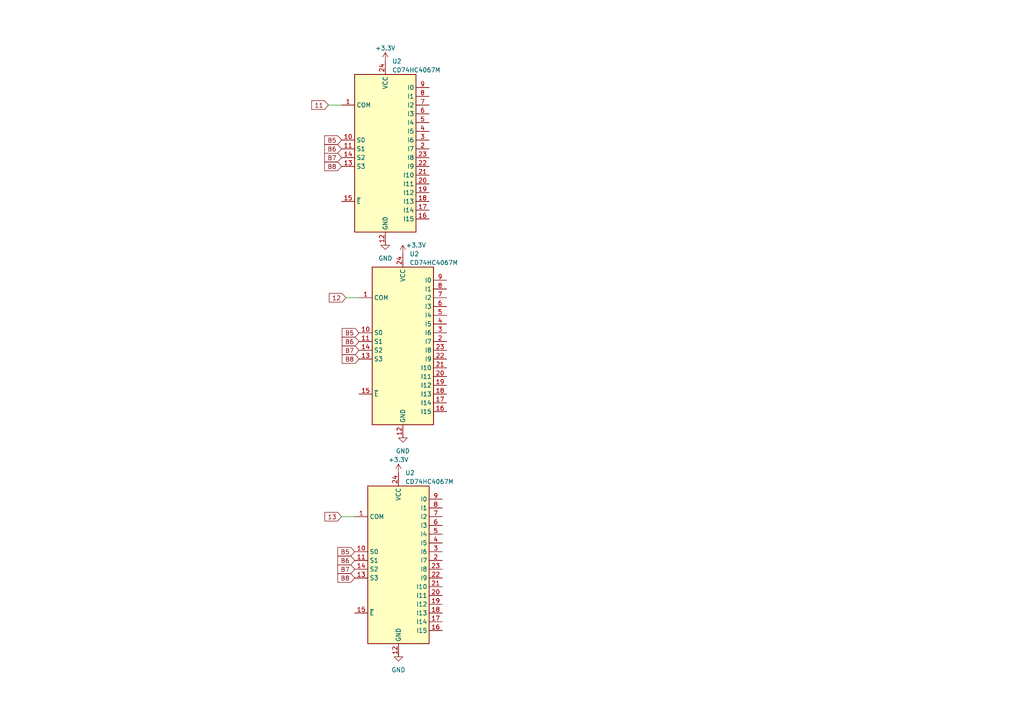
<source format=kicad_sch>
(kicad_sch (version 20230121) (generator eeschema)

  (uuid e76c00fe-8b1d-4880-97a1-18fb09ed1afe)

  (paper "A4")

  (lib_symbols
    (symbol "74xx:CD74HC4067M" (in_bom yes) (on_board yes)
      (property "Reference" "U" (at -8.89 22.86 0)
        (effects (font (size 1.27 1.27)) (justify left))
      )
      (property "Value" "CD74HC4067M" (at 1.27 22.86 0)
        (effects (font (size 1.27 1.27)) (justify left))
      )
      (property "Footprint" "Package_SO:SOIC-24W_7.5x15.4mm_P1.27mm" (at 22.86 -25.4 0)
        (effects (font (size 1.27 1.27) italic) hide)
      )
      (property "Datasheet" "http://www.ti.com/lit/ds/symlink/cd74hc4067.pdf" (at -8.89 21.59 0)
        (effects (font (size 1.27 1.27)) hide)
      )
      (property "ki_keywords" "multiplexer demultiplexer mux demux" (at 0 0 0)
        (effects (font (size 1.27 1.27)) hide)
      )
      (property "ki_description" "High-Speed CMOS Logic 16-Channel Analog Multiplexer/Demultiplexer, SOIC-24" (at 0 0 0)
        (effects (font (size 1.27 1.27)) hide)
      )
      (property "ki_fp_filters" "SOIC*W*7.5x15.4mm*P1.27mm*" (at 0 0 0)
        (effects (font (size 1.27 1.27)) hide)
      )
      (symbol "CD74HC4067M_0_1"
        (rectangle (start -8.89 21.59) (end 8.89 -24.13)
          (stroke (width 0.254) (type default))
          (fill (type background))
        )
      )
      (symbol "CD74HC4067M_1_1"
        (pin passive line (at -12.7 12.7 0) (length 3.81)
          (name "COM" (effects (font (size 1.27 1.27))))
          (number "1" (effects (font (size 1.27 1.27))))
        )
        (pin input line (at -12.7 2.54 0) (length 3.81)
          (name "S0" (effects (font (size 1.27 1.27))))
          (number "10" (effects (font (size 1.27 1.27))))
        )
        (pin input line (at -12.7 0 0) (length 3.81)
          (name "S1" (effects (font (size 1.27 1.27))))
          (number "11" (effects (font (size 1.27 1.27))))
        )
        (pin power_in line (at 0 -27.94 90) (length 3.81)
          (name "GND" (effects (font (size 1.27 1.27))))
          (number "12" (effects (font (size 1.27 1.27))))
        )
        (pin input line (at -12.7 -5.08 0) (length 3.81)
          (name "S3" (effects (font (size 1.27 1.27))))
          (number "13" (effects (font (size 1.27 1.27))))
        )
        (pin input line (at -12.7 -2.54 0) (length 3.81)
          (name "S2" (effects (font (size 1.27 1.27))))
          (number "14" (effects (font (size 1.27 1.27))))
        )
        (pin input line (at -12.7 -15.24 0) (length 3.81)
          (name "~{E}" (effects (font (size 1.27 1.27))))
          (number "15" (effects (font (size 1.27 1.27))))
        )
        (pin passive line (at 12.7 -20.32 180) (length 3.81)
          (name "I15" (effects (font (size 1.27 1.27))))
          (number "16" (effects (font (size 1.27 1.27))))
        )
        (pin passive line (at 12.7 -17.78 180) (length 3.81)
          (name "I14" (effects (font (size 1.27 1.27))))
          (number "17" (effects (font (size 1.27 1.27))))
        )
        (pin passive line (at 12.7 -15.24 180) (length 3.81)
          (name "I13" (effects (font (size 1.27 1.27))))
          (number "18" (effects (font (size 1.27 1.27))))
        )
        (pin passive line (at 12.7 -12.7 180) (length 3.81)
          (name "I12" (effects (font (size 1.27 1.27))))
          (number "19" (effects (font (size 1.27 1.27))))
        )
        (pin passive line (at 12.7 0 180) (length 3.81)
          (name "I7" (effects (font (size 1.27 1.27))))
          (number "2" (effects (font (size 1.27 1.27))))
        )
        (pin passive line (at 12.7 -10.16 180) (length 3.81)
          (name "I11" (effects (font (size 1.27 1.27))))
          (number "20" (effects (font (size 1.27 1.27))))
        )
        (pin passive line (at 12.7 -7.62 180) (length 3.81)
          (name "I10" (effects (font (size 1.27 1.27))))
          (number "21" (effects (font (size 1.27 1.27))))
        )
        (pin passive line (at 12.7 -5.08 180) (length 3.81)
          (name "I9" (effects (font (size 1.27 1.27))))
          (number "22" (effects (font (size 1.27 1.27))))
        )
        (pin passive line (at 12.7 -2.54 180) (length 3.81)
          (name "I8" (effects (font (size 1.27 1.27))))
          (number "23" (effects (font (size 1.27 1.27))))
        )
        (pin power_in line (at 0 25.4 270) (length 3.81)
          (name "VCC" (effects (font (size 1.27 1.27))))
          (number "24" (effects (font (size 1.27 1.27))))
        )
        (pin passive line (at 12.7 2.54 180) (length 3.81)
          (name "I6" (effects (font (size 1.27 1.27))))
          (number "3" (effects (font (size 1.27 1.27))))
        )
        (pin passive line (at 12.7 5.08 180) (length 3.81)
          (name "I5" (effects (font (size 1.27 1.27))))
          (number "4" (effects (font (size 1.27 1.27))))
        )
        (pin passive line (at 12.7 7.62 180) (length 3.81)
          (name "I4" (effects (font (size 1.27 1.27))))
          (number "5" (effects (font (size 1.27 1.27))))
        )
        (pin passive line (at 12.7 10.16 180) (length 3.81)
          (name "I3" (effects (font (size 1.27 1.27))))
          (number "6" (effects (font (size 1.27 1.27))))
        )
        (pin passive line (at 12.7 12.7 180) (length 3.81)
          (name "I2" (effects (font (size 1.27 1.27))))
          (number "7" (effects (font (size 1.27 1.27))))
        )
        (pin passive line (at 12.7 15.24 180) (length 3.81)
          (name "I1" (effects (font (size 1.27 1.27))))
          (number "8" (effects (font (size 1.27 1.27))))
        )
        (pin passive line (at 12.7 17.78 180) (length 3.81)
          (name "I0" (effects (font (size 1.27 1.27))))
          (number "9" (effects (font (size 1.27 1.27))))
        )
      )
    )
    (symbol "power:+3.3V" (power) (pin_names (offset 0)) (in_bom yes) (on_board yes)
      (property "Reference" "#PWR" (at 0 -3.81 0)
        (effects (font (size 1.27 1.27)) hide)
      )
      (property "Value" "+3.3V" (at 0 3.556 0)
        (effects (font (size 1.27 1.27)))
      )
      (property "Footprint" "" (at 0 0 0)
        (effects (font (size 1.27 1.27)) hide)
      )
      (property "Datasheet" "" (at 0 0 0)
        (effects (font (size 1.27 1.27)) hide)
      )
      (property "ki_keywords" "global power" (at 0 0 0)
        (effects (font (size 1.27 1.27)) hide)
      )
      (property "ki_description" "Power symbol creates a global label with name \"+3.3V\"" (at 0 0 0)
        (effects (font (size 1.27 1.27)) hide)
      )
      (symbol "+3.3V_0_1"
        (polyline
          (pts
            (xy -0.762 1.27)
            (xy 0 2.54)
          )
          (stroke (width 0) (type default))
          (fill (type none))
        )
        (polyline
          (pts
            (xy 0 0)
            (xy 0 2.54)
          )
          (stroke (width 0) (type default))
          (fill (type none))
        )
        (polyline
          (pts
            (xy 0 2.54)
            (xy 0.762 1.27)
          )
          (stroke (width 0) (type default))
          (fill (type none))
        )
      )
      (symbol "+3.3V_1_1"
        (pin power_in line (at 0 0 90) (length 0) hide
          (name "+3.3V" (effects (font (size 1.27 1.27))))
          (number "1" (effects (font (size 1.27 1.27))))
        )
      )
    )
    (symbol "power:GND" (power) (pin_names (offset 0)) (in_bom yes) (on_board yes)
      (property "Reference" "#PWR" (at 0 -6.35 0)
        (effects (font (size 1.27 1.27)) hide)
      )
      (property "Value" "GND" (at 0 -3.81 0)
        (effects (font (size 1.27 1.27)))
      )
      (property "Footprint" "" (at 0 0 0)
        (effects (font (size 1.27 1.27)) hide)
      )
      (property "Datasheet" "" (at 0 0 0)
        (effects (font (size 1.27 1.27)) hide)
      )
      (property "ki_keywords" "global power" (at 0 0 0)
        (effects (font (size 1.27 1.27)) hide)
      )
      (property "ki_description" "Power symbol creates a global label with name \"GND\" , ground" (at 0 0 0)
        (effects (font (size 1.27 1.27)) hide)
      )
      (symbol "GND_0_1"
        (polyline
          (pts
            (xy 0 0)
            (xy 0 -1.27)
            (xy 1.27 -1.27)
            (xy 0 -2.54)
            (xy -1.27 -1.27)
            (xy 0 -1.27)
          )
          (stroke (width 0) (type default))
          (fill (type none))
        )
      )
      (symbol "GND_1_1"
        (pin power_in line (at 0 0 270) (length 0) hide
          (name "GND" (effects (font (size 1.27 1.27))))
          (number "1" (effects (font (size 1.27 1.27))))
        )
      )
    )
  )


  (wire (pts (xy 95.25 30.48) (xy 99.06 30.48))
    (stroke (width 0) (type default))
    (uuid 248c98d5-9e2c-48e7-901c-d9337d1916d8)
  )
  (wire (pts (xy 100.33 86.36) (xy 104.14 86.36))
    (stroke (width 0) (type default))
    (uuid 6d3b2fbf-acb6-44c1-9c7c-9aadd6a08b2f)
  )
  (wire (pts (xy 116.84 125.73) (xy 116.84 127))
    (stroke (width 0) (type default))
    (uuid 718f50d1-9a93-4420-a7eb-cc50dc02f870)
  )
  (wire (pts (xy 111.76 69.85) (xy 111.76 71.12))
    (stroke (width 0) (type default))
    (uuid 76459cb9-91c3-4070-a8c7-2302ff6c8701)
  )
  (wire (pts (xy 99.06 149.86) (xy 102.87 149.86))
    (stroke (width 0) (type default))
    (uuid 8da508ac-c3fa-4855-8614-3246a558ab1f)
  )
  (wire (pts (xy 115.57 189.23) (xy 115.57 190.5))
    (stroke (width 0) (type default))
    (uuid 9779a146-e88e-408e-91de-a481422eba4a)
  )

  (global_label "12" (shape input) (at 100.33 86.36 180) (fields_autoplaced)
    (effects (font (size 1.27 1.27)) (justify right))
    (uuid 0891218b-51b0-4f56-82fc-00def01c4932)
    (property "Intersheetrefs" "${INTERSHEET_REFS}" (at 95.0052 86.36 0)
      (effects (font (size 1.27 1.27)) (justify right) hide)
    )
  )
  (global_label "B6" (shape input) (at 99.06 43.18 180) (fields_autoplaced)
    (effects (font (size 1.27 1.27)) (justify right))
    (uuid 14620a38-c8bf-4f62-8739-22c5c59f884d)
    (property "Intersheetrefs" "${INTERSHEET_REFS}" (at 93.6747 43.18 0)
      (effects (font (size 1.27 1.27)) (justify right) hide)
    )
  )
  (global_label "B5" (shape input) (at 102.87 160.02 180) (fields_autoplaced)
    (effects (font (size 1.27 1.27)) (justify right))
    (uuid 1e91b6d6-0f69-4e0e-845f-cdebbb7bd645)
    (property "Intersheetrefs" "${INTERSHEET_REFS}" (at 97.4847 160.02 0)
      (effects (font (size 1.27 1.27)) (justify right) hide)
    )
  )
  (global_label "B7" (shape input) (at 99.06 45.72 180) (fields_autoplaced)
    (effects (font (size 1.27 1.27)) (justify right))
    (uuid 20eff25f-907d-491e-8d7f-5ba264510267)
    (property "Intersheetrefs" "${INTERSHEET_REFS}" (at 93.6747 45.72 0)
      (effects (font (size 1.27 1.27)) (justify right) hide)
    )
  )
  (global_label "B5" (shape input) (at 104.14 96.52 180) (fields_autoplaced)
    (effects (font (size 1.27 1.27)) (justify right))
    (uuid 25b81c34-5a52-4e53-947c-6a2f1af1dd32)
    (property "Intersheetrefs" "${INTERSHEET_REFS}" (at 98.7547 96.52 0)
      (effects (font (size 1.27 1.27)) (justify right) hide)
    )
  )
  (global_label "B5" (shape input) (at 99.06 40.64 180) (fields_autoplaced)
    (effects (font (size 1.27 1.27)) (justify right))
    (uuid 38fa2418-becc-45b5-a098-802ace2f5a88)
    (property "Intersheetrefs" "${INTERSHEET_REFS}" (at 93.6747 40.64 0)
      (effects (font (size 1.27 1.27)) (justify right) hide)
    )
  )
  (global_label "B8" (shape input) (at 104.14 104.14 180) (fields_autoplaced)
    (effects (font (size 1.27 1.27)) (justify right))
    (uuid 54137893-454b-4967-9b34-cd08ff24e1f4)
    (property "Intersheetrefs" "${INTERSHEET_REFS}" (at 98.7547 104.14 0)
      (effects (font (size 1.27 1.27)) (justify right) hide)
    )
  )
  (global_label "11" (shape input) (at 95.25 30.48 180) (fields_autoplaced)
    (effects (font (size 1.27 1.27)) (justify right))
    (uuid 6708f9a7-95e0-434b-8857-31c329174b82)
    (property "Intersheetrefs" "${INTERSHEET_REFS}" (at 89.9252 30.48 0)
      (effects (font (size 1.27 1.27)) (justify right) hide)
    )
  )
  (global_label "B8" (shape input) (at 99.06 48.26 180) (fields_autoplaced)
    (effects (font (size 1.27 1.27)) (justify right))
    (uuid 6a7f599e-6095-4acc-a85f-1241fb6906da)
    (property "Intersheetrefs" "${INTERSHEET_REFS}" (at 93.6747 48.26 0)
      (effects (font (size 1.27 1.27)) (justify right) hide)
    )
  )
  (global_label "B7" (shape input) (at 102.87 165.1 180) (fields_autoplaced)
    (effects (font (size 1.27 1.27)) (justify right))
    (uuid 8dbb1edb-a524-4ab2-8f62-244435853c8f)
    (property "Intersheetrefs" "${INTERSHEET_REFS}" (at 97.4847 165.1 0)
      (effects (font (size 1.27 1.27)) (justify right) hide)
    )
  )
  (global_label "B6" (shape input) (at 102.87 162.56 180) (fields_autoplaced)
    (effects (font (size 1.27 1.27)) (justify right))
    (uuid acb44884-af4e-4dd5-b5a6-1e0e42c8acec)
    (property "Intersheetrefs" "${INTERSHEET_REFS}" (at 97.4847 162.56 0)
      (effects (font (size 1.27 1.27)) (justify right) hide)
    )
  )
  (global_label "B8" (shape input) (at 102.87 167.64 180) (fields_autoplaced)
    (effects (font (size 1.27 1.27)) (justify right))
    (uuid b17b6948-747a-446e-a6ab-f3549d701824)
    (property "Intersheetrefs" "${INTERSHEET_REFS}" (at 97.4847 167.64 0)
      (effects (font (size 1.27 1.27)) (justify right) hide)
    )
  )
  (global_label "13" (shape input) (at 99.06 149.86 180) (fields_autoplaced)
    (effects (font (size 1.27 1.27)) (justify right))
    (uuid b3ffcf40-9ef5-4e9e-aba0-ad468ec6bc41)
    (property "Intersheetrefs" "${INTERSHEET_REFS}" (at 93.7352 149.86 0)
      (effects (font (size 1.27 1.27)) (justify right) hide)
    )
  )
  (global_label "B6" (shape input) (at 104.14 99.06 180) (fields_autoplaced)
    (effects (font (size 1.27 1.27)) (justify right))
    (uuid bb456be3-308f-4c45-8316-9c146b356ade)
    (property "Intersheetrefs" "${INTERSHEET_REFS}" (at 98.7547 99.06 0)
      (effects (font (size 1.27 1.27)) (justify right) hide)
    )
  )
  (global_label "B7" (shape input) (at 104.14 101.6 180) (fields_autoplaced)
    (effects (font (size 1.27 1.27)) (justify right))
    (uuid e690659f-dbf2-4df8-8cc2-2ad74a0b890c)
    (property "Intersheetrefs" "${INTERSHEET_REFS}" (at 98.7547 101.6 0)
      (effects (font (size 1.27 1.27)) (justify right) hide)
    )
  )

  (symbol (lib_id "power:+3.3V") (at 116.84 73.66 0) (unit 1)
    (in_bom yes) (on_board yes) (dnp no)
    (uuid 2a67fcc7-9618-4a71-a2dc-3f5aa685e1d0)
    (property "Reference" "#PWR05" (at 116.84 77.47 0)
      (effects (font (size 1.27 1.27)) hide)
    )
    (property "Value" "+3.3V" (at 120.65 71.12 0)
      (effects (font (size 1.27 1.27)))
    )
    (property "Footprint" "" (at 116.84 73.66 0)
      (effects (font (size 1.27 1.27)) hide)
    )
    (property "Datasheet" "" (at 116.84 73.66 0)
      (effects (font (size 1.27 1.27)) hide)
    )
    (pin "1" (uuid 1e8357d4-4ba7-4028-9e7e-2a7c0d4ef47d))
    (instances
      (project "Automatic Continuity Tester"
        (path "/92814852-6426-4325-b618-1622fe4cad6f/40f39165-3305-4729-b4e2-1a9b6e379ea1"
          (reference "#PWR05") (unit 1)
        )
        (path "/92814852-6426-4325-b618-1622fe4cad6f/0bbe49c9-9df1-40c9-ba8d-77f6fb915188"
          (reference "#PWR024") (unit 1)
        )
      )
    )
  )

  (symbol (lib_id "power:GND") (at 111.76 69.85 0) (unit 1)
    (in_bom yes) (on_board yes) (dnp no) (fields_autoplaced)
    (uuid 2be2d675-b80e-4eba-9d44-94646d810dd9)
    (property "Reference" "#PWR025" (at 111.76 76.2 0)
      (effects (font (size 1.27 1.27)) hide)
    )
    (property "Value" "GND" (at 111.76 74.93 0)
      (effects (font (size 1.27 1.27)))
    )
    (property "Footprint" "" (at 111.76 69.85 0)
      (effects (font (size 1.27 1.27)) hide)
    )
    (property "Datasheet" "" (at 111.76 69.85 0)
      (effects (font (size 1.27 1.27)) hide)
    )
    (pin "1" (uuid 5e84c546-99f6-4294-a575-115a5a12e4d0))
    (instances
      (project "Automatic Continuity Tester"
        (path "/92814852-6426-4325-b618-1622fe4cad6f/0bbe49c9-9df1-40c9-ba8d-77f6fb915188"
          (reference "#PWR025") (unit 1)
        )
      )
    )
  )

  (symbol (lib_id "power:+3.3V") (at 115.57 137.16 0) (unit 1)
    (in_bom yes) (on_board yes) (dnp no) (fields_autoplaced)
    (uuid 393a9323-26da-4dc1-8237-bf3e2b1b2161)
    (property "Reference" "#PWR05" (at 115.57 140.97 0)
      (effects (font (size 1.27 1.27)) hide)
    )
    (property "Value" "+3.3V" (at 115.57 133.35 0)
      (effects (font (size 1.27 1.27)))
    )
    (property "Footprint" "" (at 115.57 137.16 0)
      (effects (font (size 1.27 1.27)) hide)
    )
    (property "Datasheet" "" (at 115.57 137.16 0)
      (effects (font (size 1.27 1.27)) hide)
    )
    (pin "1" (uuid 7b84d129-cffe-45f5-980b-19abf61c027f))
    (instances
      (project "Automatic Continuity Tester"
        (path "/92814852-6426-4325-b618-1622fe4cad6f/40f39165-3305-4729-b4e2-1a9b6e379ea1"
          (reference "#PWR05") (unit 1)
        )
        (path "/92814852-6426-4325-b618-1622fe4cad6f/0bbe49c9-9df1-40c9-ba8d-77f6fb915188"
          (reference "#PWR023") (unit 1)
        )
      )
    )
  )

  (symbol (lib_id "74xx:CD74HC4067M") (at 116.84 99.06 0) (unit 1)
    (in_bom yes) (on_board yes) (dnp no) (fields_autoplaced)
    (uuid 3c42617e-b876-43c2-a96c-336107bed8aa)
    (property "Reference" "U2" (at 118.7959 73.66 0)
      (effects (font (size 1.27 1.27)) (justify left))
    )
    (property "Value" "CD74HC4067M" (at 118.7959 76.2 0)
      (effects (font (size 1.27 1.27)) (justify left))
    )
    (property "Footprint" "Package_SO:SOIC-24W_7.5x15.4mm_P1.27mm" (at 139.7 124.46 0)
      (effects (font (size 1.27 1.27) italic) hide)
    )
    (property "Datasheet" "http://www.ti.com/lit/ds/symlink/cd74hc4067.pdf" (at 107.95 77.47 0)
      (effects (font (size 1.27 1.27)) hide)
    )
    (pin "1" (uuid 3aa659e5-bdc9-47fe-8f2d-556b702d6c0f))
    (pin "10" (uuid f17162c9-8386-4353-ac29-f7ac6b0900b7))
    (pin "11" (uuid 98d61598-4d45-46dc-b8ee-54a924a69487))
    (pin "12" (uuid 40f9d23b-0800-429d-993c-81e77d760b07))
    (pin "13" (uuid a04ed3e8-3363-4d9b-8c03-a894879f54a3))
    (pin "14" (uuid 7cce36dc-f934-4fe0-b6d8-6cfe4ff2e6f7))
    (pin "15" (uuid 183a025d-b263-47ab-89e6-1f2f25446f35))
    (pin "16" (uuid 71a4b2b4-4cd2-4807-a472-3f6ff07d91ac))
    (pin "17" (uuid 8082717b-596d-4f9a-ab29-5e456703f747))
    (pin "18" (uuid 960135ab-e587-45a8-bc62-193056e06e41))
    (pin "19" (uuid 651122d1-d9e3-41d2-82ee-d698b01384c8))
    (pin "2" (uuid 40b86c18-fb6f-4f18-9866-4685748c6500))
    (pin "20" (uuid 80497941-86e9-473b-a103-140974961fcd))
    (pin "21" (uuid 9f003553-5278-4f1c-8f0a-06dd3807de85))
    (pin "22" (uuid c7d7ed8f-895f-4e41-a618-2c3d708e4e9b))
    (pin "23" (uuid d62c7338-2c21-4a52-9b5c-a5f14d721f68))
    (pin "24" (uuid 4be3c086-eefa-42cf-b260-3942d2a96cd4))
    (pin "3" (uuid bfc6beef-dc1f-474b-80c7-6ba57df66762))
    (pin "4" (uuid 6e8204fe-02f9-4205-ae95-2f8f93a1648e))
    (pin "5" (uuid 6fee399a-96bb-4058-ae22-cc748ea024e4))
    (pin "6" (uuid 47adfaa5-1c05-4623-96b8-35916a2ad219))
    (pin "7" (uuid 8e791778-0070-4d93-a42c-428c5f1ba1c2))
    (pin "8" (uuid e88b209d-c710-4fa0-b256-f0383807c144))
    (pin "9" (uuid dc4096d6-ed23-4a83-b861-e8c751cf93fa))
    (instances
      (project "Automatic Continuity Tester"
        (path "/92814852-6426-4325-b618-1622fe4cad6f"
          (reference "U2") (unit 1)
        )
        (path "/92814852-6426-4325-b618-1622fe4cad6f/40f39165-3305-4729-b4e2-1a9b6e379ea1"
          (reference "U5") (unit 1)
        )
        (path "/92814852-6426-4325-b618-1622fe4cad6f/0bbe49c9-9df1-40c9-ba8d-77f6fb915188"
          (reference "U22") (unit 1)
        )
      )
    )
  )

  (symbol (lib_id "74xx:CD74HC4067M") (at 115.57 162.56 0) (unit 1)
    (in_bom yes) (on_board yes) (dnp no) (fields_autoplaced)
    (uuid 6bf98a75-6fbe-482d-9c1b-7299e3b384e4)
    (property "Reference" "U2" (at 117.5259 137.16 0)
      (effects (font (size 1.27 1.27)) (justify left))
    )
    (property "Value" "CD74HC4067M" (at 117.5259 139.7 0)
      (effects (font (size 1.27 1.27)) (justify left))
    )
    (property "Footprint" "Package_SO:SOIC-24W_7.5x15.4mm_P1.27mm" (at 138.43 187.96 0)
      (effects (font (size 1.27 1.27) italic) hide)
    )
    (property "Datasheet" "http://www.ti.com/lit/ds/symlink/cd74hc4067.pdf" (at 106.68 140.97 0)
      (effects (font (size 1.27 1.27)) hide)
    )
    (pin "1" (uuid e6aed3d7-752e-43d6-a71d-c5cc2a19edb0))
    (pin "10" (uuid f5837f3f-e684-429a-8e10-fd0d059c2266))
    (pin "11" (uuid 488a026a-1268-4c3c-b278-5a9854609a74))
    (pin "12" (uuid 03f873a9-ed04-44c7-97c2-2f7b84dd007b))
    (pin "13" (uuid 3e42ff5b-f723-4eff-a64b-ef6f1ce88cff))
    (pin "14" (uuid 78966162-8cc7-4b72-b633-d828cdd3fe4a))
    (pin "15" (uuid 0268d46e-f2c1-4c22-95c1-397442f595ea))
    (pin "16" (uuid 15202ac3-05a3-45a7-a124-e726fe4aeb20))
    (pin "17" (uuid 853a7e47-d8cc-43b0-bced-cfea3ed38790))
    (pin "18" (uuid e7f96fcd-db3a-4c7a-b542-e8dd67091c58))
    (pin "19" (uuid 893c048b-c21c-4b6b-b355-f77c50744c39))
    (pin "2" (uuid e6cc9628-0df2-4a7b-8c8f-fab4489d48a1))
    (pin "20" (uuid e6f8dce3-f3b5-4836-9a8c-35cc30098f91))
    (pin "21" (uuid 8c76ceb8-a2d3-42f0-b78e-3b9451402d98))
    (pin "22" (uuid 9b952060-14e1-4fd9-bb80-52079841b655))
    (pin "23" (uuid 3d8bbf7f-fea4-4b35-9b90-31e11573429a))
    (pin "24" (uuid 0f2e7ee7-de3b-4f7e-a76c-f4d9318db5a3))
    (pin "3" (uuid 14a1f953-1d10-4b2b-9d5b-7562771b568b))
    (pin "4" (uuid fcffdfa6-ef9f-43c9-8c97-54b7d3014340))
    (pin "5" (uuid 66acf14b-8aeb-4af5-b81e-e9f8bd35260e))
    (pin "6" (uuid 5597a7ba-5716-44ec-bfbf-f4d566531570))
    (pin "7" (uuid 81883f46-5bd9-42ed-9bc1-5a7473e4ff6a))
    (pin "8" (uuid 6efa1f6e-4744-44f3-b0f9-8a56be2d2044))
    (pin "9" (uuid 8fd4b701-7aec-4a04-be01-3db0e01ebe71))
    (instances
      (project "Automatic Continuity Tester"
        (path "/92814852-6426-4325-b618-1622fe4cad6f"
          (reference "U2") (unit 1)
        )
        (path "/92814852-6426-4325-b618-1622fe4cad6f/40f39165-3305-4729-b4e2-1a9b6e379ea1"
          (reference "U5") (unit 1)
        )
        (path "/92814852-6426-4325-b618-1622fe4cad6f/0bbe49c9-9df1-40c9-ba8d-77f6fb915188"
          (reference "U21") (unit 1)
        )
      )
    )
  )

  (symbol (lib_id "power:GND") (at 115.57 189.23 0) (unit 1)
    (in_bom yes) (on_board yes) (dnp no) (fields_autoplaced)
    (uuid 823b3feb-3456-4142-b0ff-024652eb6a53)
    (property "Reference" "#PWR026" (at 115.57 195.58 0)
      (effects (font (size 1.27 1.27)) hide)
    )
    (property "Value" "GND" (at 115.57 194.31 0)
      (effects (font (size 1.27 1.27)))
    )
    (property "Footprint" "" (at 115.57 189.23 0)
      (effects (font (size 1.27 1.27)) hide)
    )
    (property "Datasheet" "" (at 115.57 189.23 0)
      (effects (font (size 1.27 1.27)) hide)
    )
    (pin "1" (uuid df6037ab-2e2d-4b3c-a750-6c4e258c785b))
    (instances
      (project "Automatic Continuity Tester"
        (path "/92814852-6426-4325-b618-1622fe4cad6f/0bbe49c9-9df1-40c9-ba8d-77f6fb915188"
          (reference "#PWR026") (unit 1)
        )
      )
    )
  )

  (symbol (lib_id "power:+3.3V") (at 111.76 17.78 0) (unit 1)
    (in_bom yes) (on_board yes) (dnp no) (fields_autoplaced)
    (uuid 96536ed6-0f10-4d59-adca-7effddbcb330)
    (property "Reference" "#PWR05" (at 111.76 21.59 0)
      (effects (font (size 1.27 1.27)) hide)
    )
    (property "Value" "+3.3V" (at 111.76 13.97 0)
      (effects (font (size 1.27 1.27)))
    )
    (property "Footprint" "" (at 111.76 17.78 0)
      (effects (font (size 1.27 1.27)) hide)
    )
    (property "Datasheet" "" (at 111.76 17.78 0)
      (effects (font (size 1.27 1.27)) hide)
    )
    (pin "1" (uuid 97259dab-dde3-4e14-83de-d6ad775558ac))
    (instances
      (project "Automatic Continuity Tester"
        (path "/92814852-6426-4325-b618-1622fe4cad6f/40f39165-3305-4729-b4e2-1a9b6e379ea1"
          (reference "#PWR05") (unit 1)
        )
        (path "/92814852-6426-4325-b618-1622fe4cad6f/0bbe49c9-9df1-40c9-ba8d-77f6fb915188"
          (reference "#PWR022") (unit 1)
        )
      )
    )
  )

  (symbol (lib_id "74xx:CD74HC4067M") (at 111.76 43.18 0) (unit 1)
    (in_bom yes) (on_board yes) (dnp no) (fields_autoplaced)
    (uuid d1eadc62-768f-47ed-aca0-f7937e18ea1b)
    (property "Reference" "U2" (at 113.7159 17.78 0)
      (effects (font (size 1.27 1.27)) (justify left))
    )
    (property "Value" "CD74HC4067M" (at 113.7159 20.32 0)
      (effects (font (size 1.27 1.27)) (justify left))
    )
    (property "Footprint" "Package_SO:SOIC-24W_7.5x15.4mm_P1.27mm" (at 134.62 68.58 0)
      (effects (font (size 1.27 1.27) italic) hide)
    )
    (property "Datasheet" "http://www.ti.com/lit/ds/symlink/cd74hc4067.pdf" (at 102.87 21.59 0)
      (effects (font (size 1.27 1.27)) hide)
    )
    (pin "1" (uuid ef6ac7f2-6405-4701-9b5f-3e41846e1048))
    (pin "10" (uuid aed4e834-2559-46df-bc7e-00aa2dc3d7b3))
    (pin "11" (uuid 68d9bd2c-617c-4292-8e6e-4411d4c4098e))
    (pin "12" (uuid c095f6ff-7653-492d-b135-1556016284aa))
    (pin "13" (uuid 5396dbe3-326b-4129-9ad3-a6cc8b1eb594))
    (pin "14" (uuid 40cddfb9-52c7-4998-9ed5-3c9e2fa5396d))
    (pin "15" (uuid 6588d968-29ff-47a8-af01-34965650d8e9))
    (pin "16" (uuid 6788aa6e-b96c-4513-8361-1cba304aa129))
    (pin "17" (uuid e2bd4fd6-d2d0-46af-b65e-6ca92ec5ec48))
    (pin "18" (uuid 9f633838-1c77-423d-951d-2ab4ccd17d9f))
    (pin "19" (uuid 50a039a2-47f8-4ff2-b331-518064d6db4f))
    (pin "2" (uuid d3e4a930-1a8d-44f2-bfac-bd0bfc8bd522))
    (pin "20" (uuid 226849b3-3e2e-4b9d-8980-3d9fe31d2202))
    (pin "21" (uuid a725be36-83e3-49d3-8261-5a0dfc8dae58))
    (pin "22" (uuid a6d2ad17-3aab-4685-aee3-9ce0404f075e))
    (pin "23" (uuid 1a9f2fc8-344b-4636-8c91-676bf414f07f))
    (pin "24" (uuid 785628ab-326a-4c7d-ae19-fb6a6e9e8c49))
    (pin "3" (uuid b083113c-94c7-48ec-ae82-3562674aa395))
    (pin "4" (uuid a97e294e-cbf9-4a5a-8693-70d8a8c46092))
    (pin "5" (uuid 8df14d95-2074-4c57-9f5a-3172299b4f98))
    (pin "6" (uuid 1cd83edf-772e-4b8b-ae82-7ef14ada815a))
    (pin "7" (uuid 17868e4e-2e51-467a-9ef7-84e7d556ac36))
    (pin "8" (uuid c8b64b49-ead7-442c-a2fd-5ea27d92fd9b))
    (pin "9" (uuid 7965fd02-00da-41e2-b691-b80c3bd4a480))
    (instances
      (project "Automatic Continuity Tester"
        (path "/92814852-6426-4325-b618-1622fe4cad6f"
          (reference "U2") (unit 1)
        )
        (path "/92814852-6426-4325-b618-1622fe4cad6f/40f39165-3305-4729-b4e2-1a9b6e379ea1"
          (reference "U5") (unit 1)
        )
        (path "/92814852-6426-4325-b618-1622fe4cad6f/0bbe49c9-9df1-40c9-ba8d-77f6fb915188"
          (reference "U20") (unit 1)
        )
      )
    )
  )

  (symbol (lib_id "power:GND") (at 116.84 125.73 0) (unit 1)
    (in_bom yes) (on_board yes) (dnp no) (fields_autoplaced)
    (uuid dbcb27e9-f229-4d56-b9ff-aef25bb1d0e1)
    (property "Reference" "#PWR027" (at 116.84 132.08 0)
      (effects (font (size 1.27 1.27)) hide)
    )
    (property "Value" "GND" (at 116.84 130.81 0)
      (effects (font (size 1.27 1.27)))
    )
    (property "Footprint" "" (at 116.84 125.73 0)
      (effects (font (size 1.27 1.27)) hide)
    )
    (property "Datasheet" "" (at 116.84 125.73 0)
      (effects (font (size 1.27 1.27)) hide)
    )
    (pin "1" (uuid d1feb99b-a8ac-4646-b8d9-7a84aa858207))
    (instances
      (project "Automatic Continuity Tester"
        (path "/92814852-6426-4325-b618-1622fe4cad6f/0bbe49c9-9df1-40c9-ba8d-77f6fb915188"
          (reference "#PWR027") (unit 1)
        )
      )
    )
  )
)

</source>
